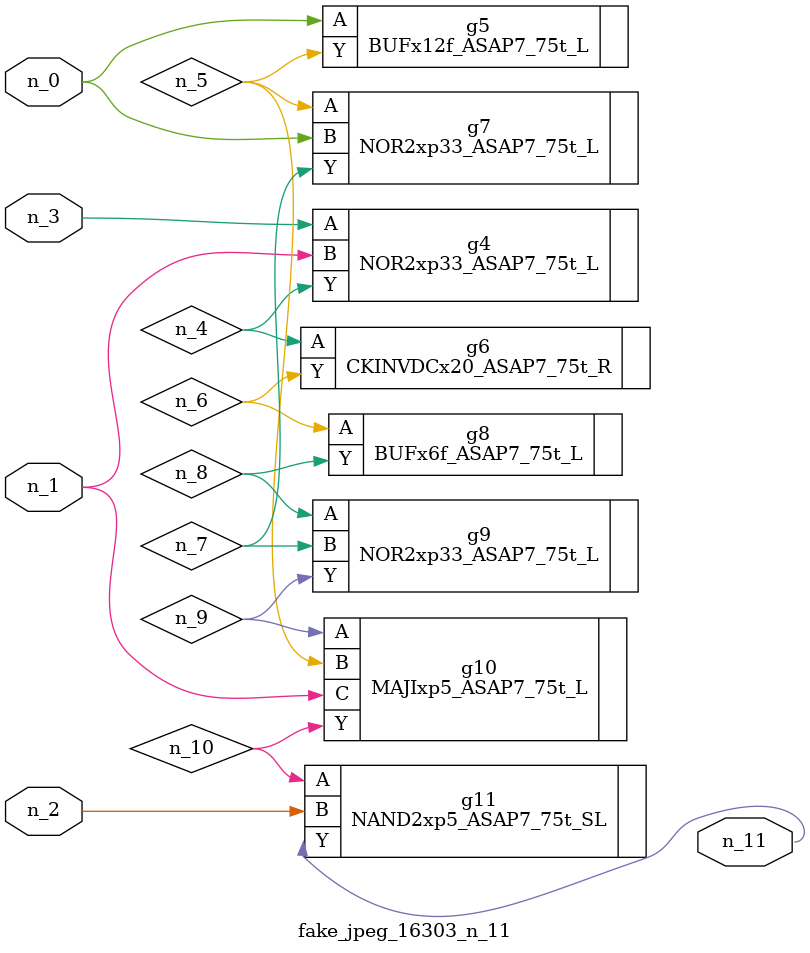
<source format=v>
module fake_jpeg_16303_n_11 (n_0, n_3, n_2, n_1, n_11);

input n_0;
input n_3;
input n_2;
input n_1;

output n_11;

wire n_10;
wire n_4;
wire n_8;
wire n_9;
wire n_6;
wire n_5;
wire n_7;

NOR2xp33_ASAP7_75t_L g4 ( 
.A(n_3),
.B(n_1),
.Y(n_4)
);

BUFx12f_ASAP7_75t_L g5 ( 
.A(n_0),
.Y(n_5)
);

CKINVDCx20_ASAP7_75t_R g6 ( 
.A(n_4),
.Y(n_6)
);

BUFx6f_ASAP7_75t_L g8 ( 
.A(n_6),
.Y(n_8)
);

NOR2xp33_ASAP7_75t_L g7 ( 
.A(n_5),
.B(n_0),
.Y(n_7)
);

NOR2xp33_ASAP7_75t_L g9 ( 
.A(n_8),
.B(n_7),
.Y(n_9)
);

MAJIxp5_ASAP7_75t_L g10 ( 
.A(n_9),
.B(n_5),
.C(n_1),
.Y(n_10)
);

NAND2xp5_ASAP7_75t_SL g11 ( 
.A(n_10),
.B(n_2),
.Y(n_11)
);


endmodule
</source>
